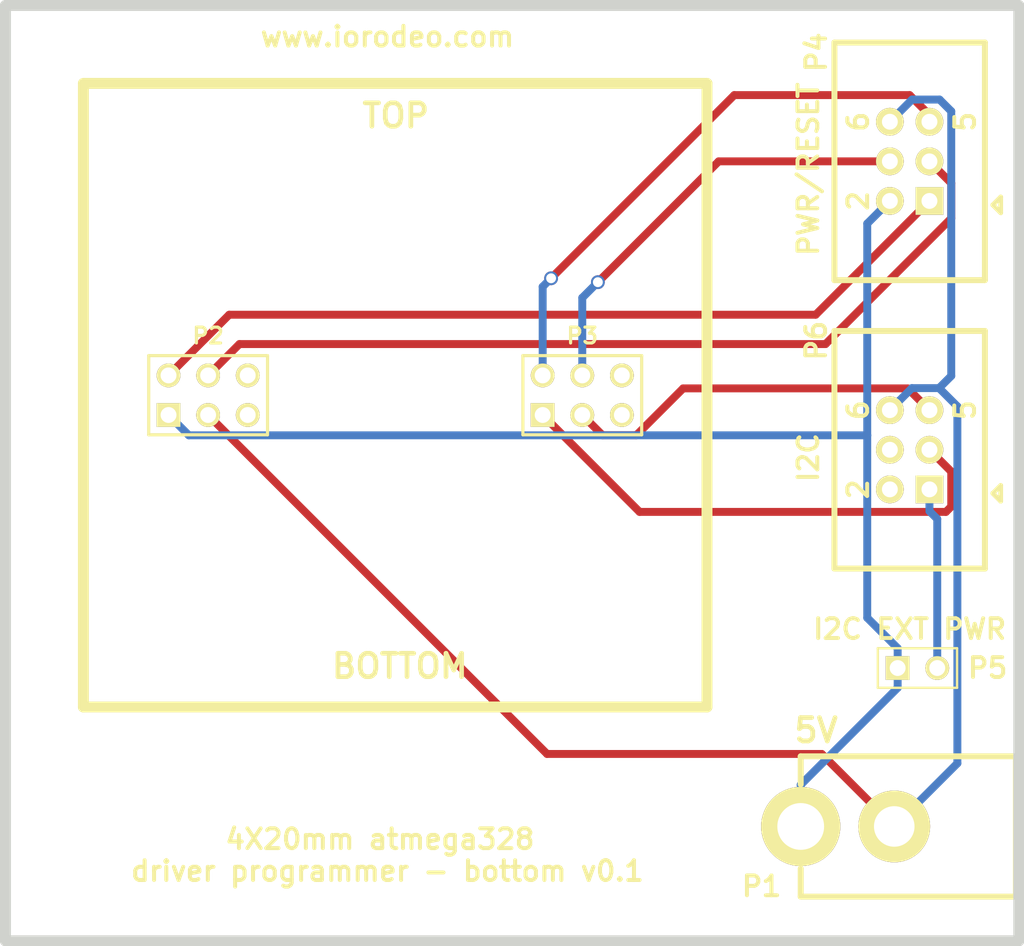
<source format=kicad_pcb>
(kicad_pcb (version 3) (host pcbnew "(2013-mar-13)-testing")

  (general
    (links 13)
    (no_connects 0)
    (area 44.649999 42.620887 110.4676 105.63098)
    (thickness 1.6)
    (drawings 16)
    (tracks 56)
    (zones 0)
    (modules 6)
    (nets 16)
  )

  (page A4)
  (layers
    (15 F.Cu signal)
    (0 B.Cu signal)
    (16 B.Adhes user)
    (17 F.Adhes user)
    (18 B.Paste user)
    (19 F.Paste user)
    (20 B.SilkS user)
    (21 F.SilkS user)
    (22 B.Mask user)
    (23 F.Mask user)
    (24 Dwgs.User user)
    (25 Cmts.User user)
    (26 Eco1.User user)
    (27 Eco2.User user)
    (28 Edge.Cuts user)
  )

  (setup
    (last_trace_width 0.508)
    (trace_clearance 0.254)
    (zone_clearance 0.508)
    (zone_45_only no)
    (trace_min 0.254)
    (segment_width 0.2)
    (edge_width 0.1)
    (via_size 0.889)
    (via_drill 0.635)
    (via_min_size 0.889)
    (via_min_drill 0.508)
    (uvia_size 0.508)
    (uvia_drill 0.127)
    (uvias_allowed no)
    (uvia_min_size 0.508)
    (uvia_min_drill 0.127)
    (pcb_text_width 0.3)
    (pcb_text_size 1.5 1.5)
    (mod_edge_width 0.15)
    (mod_text_size 1 1)
    (mod_text_width 0.15)
    (pad_size 1.5 1.5)
    (pad_drill 0.6)
    (pad_to_mask_clearance 0)
    (aux_axis_origin 0 0)
    (visible_elements FFFFFF7F)
    (pcbplotparams
      (layerselection 284196865)
      (usegerberextensions true)
      (excludeedgelayer true)
      (linewidth 0.150000)
      (plotframeref false)
      (viasonmask false)
      (mode 1)
      (useauxorigin false)
      (hpglpennumber 1)
      (hpglpenspeed 20)
      (hpglpendiameter 15)
      (hpglpenoverlay 2)
      (psnegative false)
      (psa4output false)
      (plotreference true)
      (plotvalue true)
      (plotothertext true)
      (plotinvisibletext false)
      (padsonsilk false)
      (subtractmaskfromsilk false)
      (outputformat 1)
      (mirror false)
      (drillshape 0)
      (scaleselection 1)
      (outputdirectory gerber_v0p1/))
  )

  (net 0 "")
  (net 1 +5V)
  (net 2 /SCL)
  (net 3 /SDA)
  (net 4 /~RST_1)
  (net 5 /~RST_2)
  (net 6 /~RST_3)
  (net 7 /~RST_4)
  (net 8 GND)
  (net 9 N-000001)
  (net 10 N-0000012)
  (net 11 N-0000013)
  (net 12 N-0000014)
  (net 13 N-0000015)
  (net 14 N-000002)
  (net 15 N-000003)

  (net_class Default "This is the default net class."
    (clearance 0.254)
    (trace_width 0.508)
    (via_dia 0.889)
    (via_drill 0.635)
    (uvia_dia 0.508)
    (uvia_drill 0.127)
    (add_net "")
    (add_net +5V)
    (add_net /SCL)
    (add_net /SDA)
    (add_net /~RST_1)
    (add_net /~RST_2)
    (add_net /~RST_3)
    (add_net /~RST_4)
    (add_net GND)
    (add_net N-000001)
    (add_net N-0000012)
    (add_net N-0000013)
    (add_net N-0000014)
    (add_net N-0000015)
    (add_net N-000002)
    (add_net N-000003)
  )

  (module DCJACK_2PIN (layer F.Cu) (tedit 52413961) (tstamp 524136C5)
    (at 96.012 97.663)
    (path /524133ED)
    (fp_text reference P1 (at -2.512 3.837) (layer F.SilkS)
      (effects (font (size 1.27 1.27) (thickness 0.254)))
    )
    (fp_text value CONN_2 (at 7.8994 6.79958) (layer F.SilkS) hide
      (effects (font (thickness 0.3048)))
    )
    (fp_line (start 0 -2.70002) (end 0 -4.50088) (layer F.SilkS) (width 0.381))
    (fp_line (start 0 -4.50088) (end 13.79982 -4.50088) (layer F.SilkS) (width 0.381))
    (fp_line (start 13.79982 -4.50088) (end 13.79982 4.39928) (layer F.SilkS) (width 0.381))
    (fp_line (start 13.79982 4.39928) (end 13.79982 4.50088) (layer F.SilkS) (width 0.381))
    (fp_line (start 13.79982 4.50088) (end 0 4.50088) (layer F.SilkS) (width 0.381))
    (fp_line (start 0 4.50088) (end 0 2.70002) (layer F.SilkS) (width 0.381))
    (pad 1 thru_hole circle (at 0 0) (size 5.08 5.08) (drill 2.99974)
      (layers *.Cu *.Mask F.SilkS)
      (net 1 +5V)
    )
    (pad 2 thru_hole circle (at 5.99948 0) (size 4.59994 4.59994) (drill 2.60096)
      (layers *.Cu *.Mask F.SilkS)
      (net 8 GND)
    )
  )

  (module pin_array_3x2 (layer F.Cu) (tedit 42931587) (tstamp 524136D3)
    (at 58 70)
    (descr "Double rangee de contacts 2 x 4 pins")
    (tags CONN)
    (path /52413210)
    (fp_text reference P2 (at 0 -3.81) (layer F.SilkS)
      (effects (font (size 1.016 1.016) (thickness 0.2032)))
    )
    (fp_text value CONN_3X2 (at 0 3.81) (layer F.SilkS) hide
      (effects (font (size 1.016 1.016) (thickness 0.2032)))
    )
    (fp_line (start 3.81 2.54) (end -3.81 2.54) (layer F.SilkS) (width 0.2032))
    (fp_line (start -3.81 -2.54) (end 3.81 -2.54) (layer F.SilkS) (width 0.2032))
    (fp_line (start 3.81 -2.54) (end 3.81 2.54) (layer F.SilkS) (width 0.2032))
    (fp_line (start -3.81 2.54) (end -3.81 -2.54) (layer F.SilkS) (width 0.2032))
    (pad 1 thru_hole rect (at -2.54 1.27) (size 1.524 1.524) (drill 1.016)
      (layers *.Cu *.Mask F.SilkS)
      (net 1 +5V)
    )
    (pad 2 thru_hole circle (at -2.54 -1.27) (size 1.524 1.524) (drill 1.016)
      (layers *.Cu *.Mask F.SilkS)
      (net 4 /~RST_1)
    )
    (pad 3 thru_hole circle (at 0 1.27) (size 1.524 1.524) (drill 1.016)
      (layers *.Cu *.Mask F.SilkS)
      (net 8 GND)
    )
    (pad 4 thru_hole circle (at 0 -1.27) (size 1.524 1.524) (drill 1.016)
      (layers *.Cu *.Mask F.SilkS)
      (net 5 /~RST_2)
    )
    (pad 5 thru_hole circle (at 2.54 1.27) (size 1.524 1.524) (drill 1.016)
      (layers *.Cu *.Mask F.SilkS)
      (net 10 N-0000012)
    )
    (pad 6 thru_hole circle (at 2.54 -1.27) (size 1.524 1.524) (drill 1.016)
      (layers *.Cu *.Mask F.SilkS)
      (net 13 N-0000015)
    )
    (model pin_array/pins_array_3x2.wrl
      (at (xyz 0 0 0))
      (scale (xyz 1 1 1))
      (rotate (xyz 0 0 0))
    )
  )

  (module pin_array_3x2 (layer F.Cu) (tedit 42931587) (tstamp 524136E1)
    (at 82 70)
    (descr "Double rangee de contacts 2 x 4 pins")
    (tags CONN)
    (path /5241321F)
    (fp_text reference P3 (at 0 -3.81) (layer F.SilkS)
      (effects (font (size 1.016 1.016) (thickness 0.2032)))
    )
    (fp_text value CONN_3X2 (at 0 3.81) (layer F.SilkS) hide
      (effects (font (size 1.016 1.016) (thickness 0.2032)))
    )
    (fp_line (start 3.81 2.54) (end -3.81 2.54) (layer F.SilkS) (width 0.2032))
    (fp_line (start -3.81 -2.54) (end 3.81 -2.54) (layer F.SilkS) (width 0.2032))
    (fp_line (start 3.81 -2.54) (end 3.81 2.54) (layer F.SilkS) (width 0.2032))
    (fp_line (start -3.81 2.54) (end -3.81 -2.54) (layer F.SilkS) (width 0.2032))
    (pad 1 thru_hole rect (at -2.54 1.27) (size 1.524 1.524) (drill 1.016)
      (layers *.Cu *.Mask F.SilkS)
      (net 3 /SDA)
    )
    (pad 2 thru_hole circle (at -2.54 -1.27) (size 1.524 1.524) (drill 1.016)
      (layers *.Cu *.Mask F.SilkS)
      (net 6 /~RST_3)
    )
    (pad 3 thru_hole circle (at 0 1.27) (size 1.524 1.524) (drill 1.016)
      (layers *.Cu *.Mask F.SilkS)
      (net 2 /SCL)
    )
    (pad 4 thru_hole circle (at 0 -1.27) (size 1.524 1.524) (drill 1.016)
      (layers *.Cu *.Mask F.SilkS)
      (net 7 /~RST_4)
    )
    (pad 5 thru_hole circle (at 2.54 1.27) (size 1.524 1.524) (drill 1.016)
      (layers *.Cu *.Mask F.SilkS)
      (net 12 N-0000014)
    )
    (pad 6 thru_hole circle (at 2.54 -1.27) (size 1.524 1.524) (drill 1.016)
      (layers *.Cu *.Mask F.SilkS)
      (net 11 N-0000013)
    )
    (model pin_array/pins_array_3x2.wrl
      (at (xyz 0 0 0))
      (scale (xyz 1 1 1))
      (rotate (xyz 0 0 0))
    )
  )

  (module 3X2_SHRD_HEADER (layer F.Cu) (tedit 524139C9) (tstamp 524136F5)
    (at 103 55 90)
    (path /52413466)
    (fp_text reference P4 (at 7 -6 90) (layer F.SilkS)
      (effects (font (size 1.27 1.27) (thickness 0.254)))
    )
    (fp_text value CONN_3X2 (at 5.19938 6.2992 90) (layer F.SilkS) hide
      (effects (font (thickness 0.3048)))
    )
    (fp_line (start -2.794 5.334) (end -3.302 5.842) (layer F.SilkS) (width 0.3))
    (fp_line (start -3.302 5.842) (end -2.286 5.842) (layer F.SilkS) (width 0.3))
    (fp_line (start -2.286 5.842) (end -2.794 5.334) (layer F.SilkS) (width 0.3))
    (fp_text user 5 (at 2.54 3.556 90) (layer F.SilkS)
      (effects (font (size 1.27 1.27) (thickness 0.254)))
    )
    (fp_text user 6 (at 2.54 -3.302 90) (layer F.SilkS)
      (effects (font (size 1.27 1.27) (thickness 0.254)))
    )
    (fp_line (start -7.62 4.826) (end 7.62 4.826) (layer F.SilkS) (width 0.381))
    (fp_line (start -7.62 -4.826) (end 7.62 -4.826) (layer F.SilkS) (width 0.381))
    (fp_line (start 7.62 -4.826) (end 7.62 4.826) (layer F.SilkS) (width 0.381))
    (fp_line (start -7.62 4.826) (end -7.62 -4.826) (layer F.SilkS) (width 0.381))
    (fp_text user 2 (at -2.54 -3.302 90) (layer F.SilkS)
      (effects (font (size 1.27 1.27) (thickness 0.254)))
    )
    (pad 1 thru_hole rect (at -2.54 1.27 90) (size 1.778 1.778) (drill 1.016)
      (layers *.Cu *.Mask F.SilkS)
      (net 4 /~RST_1)
    )
    (pad 2 thru_hole circle (at -2.54 -1.27 90) (size 1.778 1.778) (drill 1.016)
      (layers *.Cu *.Mask F.SilkS)
      (net 1 +5V)
    )
    (pad 3 thru_hole circle (at 0 1.27 90) (size 1.778 1.778) (drill 1.016)
      (layers *.Cu *.Mask F.SilkS)
      (net 5 /~RST_2)
    )
    (pad 4 thru_hole circle (at 0 -1.27 90) (size 1.778 1.778) (drill 1.016)
      (layers *.Cu *.Mask F.SilkS)
      (net 7 /~RST_4)
    )
    (pad 5 thru_hole circle (at 2.54 1.27 90) (size 1.778 1.778) (drill 1.016)
      (layers *.Cu *.Mask F.SilkS)
      (net 6 /~RST_3)
    )
    (pad 6 thru_hole circle (at 2.54 -1.27 90) (size 1.778 1.778) (drill 1.016)
      (layers *.Cu *.Mask F.SilkS)
      (net 8 GND)
    )
  )

  (module PIN_ARRAY_2X1 (layer F.Cu) (tedit 5241399F) (tstamp 52413971)
    (at 103.5 87.5)
    (descr "Connecteurs 2 pins")
    (tags "CONN DEV")
    (path /52413817)
    (fp_text reference P5 (at 4.5 0) (layer F.SilkS)
      (effects (font (size 1.27 1.27) (thickness 0.254)))
    )
    (fp_text value CONN_2 (at 0 -1.905) (layer F.SilkS) hide
      (effects (font (size 0.762 0.762) (thickness 0.1524)))
    )
    (fp_line (start -2.54 1.27) (end -2.54 -1.27) (layer F.SilkS) (width 0.1524))
    (fp_line (start -2.54 -1.27) (end 2.54 -1.27) (layer F.SilkS) (width 0.1524))
    (fp_line (start 2.54 -1.27) (end 2.54 1.27) (layer F.SilkS) (width 0.1524))
    (fp_line (start 2.54 1.27) (end -2.54 1.27) (layer F.SilkS) (width 0.1524))
    (pad 1 thru_hole rect (at -1.27 0) (size 1.524 1.524) (drill 1.016)
      (layers *.Cu *.Mask F.SilkS)
      (net 1 +5V)
    )
    (pad 2 thru_hole circle (at 1.27 0) (size 1.524 1.524) (drill 1.016)
      (layers *.Cu *.Mask F.SilkS)
      (net 15 N-000003)
    )
    (model pin_array/pins_array_2x1.wrl
      (at (xyz 0 0 0))
      (scale (xyz 1 1 1))
      (rotate (xyz 0 0 0))
    )
  )

  (module 3X2_SHRD_HEADER (layer F.Cu) (tedit 524139CF) (tstamp 52413985)
    (at 103 73.5 90)
    (path /52413855)
    (fp_text reference P6 (at 7 -6 90) (layer F.SilkS)
      (effects (font (size 1.27 1.27) (thickness 0.254)))
    )
    (fp_text value CONN_3X2 (at 5.19938 6.2992 90) (layer F.SilkS) hide
      (effects (font (thickness 0.3048)))
    )
    (fp_line (start -2.794 5.334) (end -3.302 5.842) (layer F.SilkS) (width 0.3))
    (fp_line (start -3.302 5.842) (end -2.286 5.842) (layer F.SilkS) (width 0.3))
    (fp_line (start -2.286 5.842) (end -2.794 5.334) (layer F.SilkS) (width 0.3))
    (fp_text user 5 (at 2.54 3.556 90) (layer F.SilkS)
      (effects (font (size 1.27 1.27) (thickness 0.254)))
    )
    (fp_text user 6 (at 2.54 -3.302 90) (layer F.SilkS)
      (effects (font (size 1.27 1.27) (thickness 0.254)))
    )
    (fp_line (start -7.62 4.826) (end 7.62 4.826) (layer F.SilkS) (width 0.381))
    (fp_line (start -7.62 -4.826) (end 7.62 -4.826) (layer F.SilkS) (width 0.381))
    (fp_line (start 7.62 -4.826) (end 7.62 4.826) (layer F.SilkS) (width 0.381))
    (fp_line (start -7.62 4.826) (end -7.62 -4.826) (layer F.SilkS) (width 0.381))
    (fp_text user 2 (at -2.54 -3.302 90) (layer F.SilkS)
      (effects (font (size 1.27 1.27) (thickness 0.254)))
    )
    (pad 1 thru_hole rect (at -2.54 1.27 90) (size 1.778 1.778) (drill 1.016)
      (layers *.Cu *.Mask F.SilkS)
      (net 15 N-000003)
    )
    (pad 2 thru_hole circle (at -2.54 -1.27 90) (size 1.778 1.778) (drill 1.016)
      (layers *.Cu *.Mask F.SilkS)
      (net 14 N-000002)
    )
    (pad 3 thru_hole circle (at 0 1.27 90) (size 1.778 1.778) (drill 1.016)
      (layers *.Cu *.Mask F.SilkS)
      (net 3 /SDA)
    )
    (pad 4 thru_hole circle (at 0 -1.27 90) (size 1.778 1.778) (drill 1.016)
      (layers *.Cu *.Mask F.SilkS)
      (net 9 N-000001)
    )
    (pad 5 thru_hole circle (at 2.54 1.27 90) (size 1.778 1.778) (drill 1.016)
      (layers *.Cu *.Mask F.SilkS)
      (net 2 /SCL)
    )
    (pad 6 thru_hole circle (at 2.54 -1.27 90) (size 1.778 1.778) (drill 1.016)
      (layers *.Cu *.Mask F.SilkS)
      (net 8 GND)
    )
  )

  (gr_text www.iorodeo.com (at 69.5 47) (layer F.SilkS)
    (effects (font (size 1.27 1.27) (thickness 0.254)))
  )
  (gr_text "4X20mm atmega328 \ndriver programmer - bottom v0.1" (at 69.5 99.5) (layer F.SilkS)
    (effects (font (size 1.27 1.27) (thickness 0.254)))
  )
  (gr_text PWR/RESET (at 96.5 55.5 90) (layer F.SilkS)
    (effects (font (size 1.27 1.27) (thickness 0.254)))
  )
  (gr_text I2C (at 96.5 74 90) (layer F.SilkS)
    (effects (font (size 1.27 1.27) (thickness 0.254)))
  )
  (gr_text "I2C EXT PWR" (at 103 85) (layer F.SilkS)
    (effects (font (size 1.27 1.27) (thickness 0.254)))
  )
  (gr_text 5V (at 97 91.5) (layer F.SilkS)
    (effects (font (size 1.5 1.5) (thickness 0.3)))
  )
  (gr_text BOTTOM (at 70.2945 87.376) (layer F.SilkS)
    (effects (font (size 1.5 1.5) (thickness 0.3)))
  )
  (gr_text TOP (at 70.0405 52.07) (layer F.SilkS)
    (effects (font (size 1.5 1.5) (thickness 0.3)))
  )
  (gr_line (start 90 50) (end 90 90) (angle 90) (layer F.SilkS) (width 0.7))
  (gr_line (start 50 90) (end 90 90) (angle 90) (layer F.SilkS) (width 0.7))
  (gr_line (start 50 50) (end 50 90) (angle 90) (layer F.SilkS) (width 0.7))
  (gr_line (start 50 50) (end 90 50) (angle 90) (layer F.SilkS) (width 0.7))
  (gr_line (start 110 105) (end 110 45) (angle 90) (layer Edge.Cuts) (width 0.7))
  (gr_line (start 45 105) (end 110 105) (angle 90) (layer Edge.Cuts) (width 0.7))
  (gr_line (start 45 45) (end 45 105) (angle 90) (layer Edge.Cuts) (width 0.7))
  (gr_line (start 45 45) (end 110 45) (angle 90) (layer Edge.Cuts) (width 0.7))

  (segment (start 96.012 94.9883) (end 96.012 97.663) (width 0.508) (layer B.Cu) (net 1))
  (segment (start 102.23 88.7703) (end 96.012 94.9883) (width 0.508) (layer B.Cu) (net 1))
  (segment (start 102.23 87.5) (end 102.23 88.7703) (width 0.508) (layer B.Cu) (net 1))
  (segment (start 102.23 87.5) (end 102.23 86.2297) (width 0.508) (layer B.Cu) (net 1))
  (segment (start 56.7629 72.5729) (end 55.46 71.27) (width 0.508) (layer B.Cu) (net 1))
  (segment (start 100.2791 72.5729) (end 56.7629 72.5729) (width 0.508) (layer B.Cu) (net 1))
  (segment (start 100.2791 58.9909) (end 100.2791 72.5729) (width 0.508) (layer B.Cu) (net 1))
  (segment (start 101.73 57.54) (end 100.2791 58.9909) (width 0.508) (layer B.Cu) (net 1))
  (segment (start 100.2791 84.2788) (end 102.23 86.2297) (width 0.508) (layer B.Cu) (net 1))
  (segment (start 100.2791 72.5729) (end 100.2791 84.2788) (width 0.508) (layer B.Cu) (net 1))
  (segment (start 83.2958 72.5658) (end 82 71.27) (width 0.508) (layer F.Cu) (net 2))
  (segment (start 85.4678 72.5658) (end 83.2958 72.5658) (width 0.508) (layer F.Cu) (net 2))
  (segment (start 88.4709 69.5627) (end 85.4678 72.5658) (width 0.508) (layer F.Cu) (net 2))
  (segment (start 102.8727 69.5627) (end 88.4709 69.5627) (width 0.508) (layer F.Cu) (net 2))
  (segment (start 104.27 70.96) (end 102.8727 69.5627) (width 0.508) (layer F.Cu) (net 2))
  (segment (start 85.6761 77.4861) (end 79.46 71.27) (width 0.508) (layer F.Cu) (net 3))
  (segment (start 105.3259 77.4861) (end 85.6761 77.4861) (width 0.508) (layer F.Cu) (net 3))
  (segment (start 105.6674 77.1446) (end 105.3259 77.4861) (width 0.508) (layer F.Cu) (net 3))
  (segment (start 105.6674 74.8974) (end 105.6674 77.1446) (width 0.508) (layer F.Cu) (net 3))
  (segment (start 104.27 73.5) (end 105.6674 74.8974) (width 0.508) (layer F.Cu) (net 3))
  (segment (start 59.351 64.839) (end 55.46 68.73) (width 0.508) (layer F.Cu) (net 4))
  (segment (start 96.971 64.839) (end 59.351 64.839) (width 0.508) (layer F.Cu) (net 4))
  (segment (start 104.27 57.54) (end 96.971 64.839) (width 0.508) (layer F.Cu) (net 4))
  (segment (start 60.0101 66.7199) (end 58 68.73) (width 0.508) (layer F.Cu) (net 5))
  (segment (start 97.6029 66.7199) (end 60.0101 66.7199) (width 0.508) (layer F.Cu) (net 5))
  (segment (start 105.6674 58.6554) (end 97.6029 66.7199) (width 0.508) (layer F.Cu) (net 5))
  (segment (start 105.6674 56.3974) (end 105.6674 58.6554) (width 0.508) (layer F.Cu) (net 5))
  (segment (start 104.27 55) (end 105.6674 56.3974) (width 0.508) (layer F.Cu) (net 5))
  (segment (start 104.27 52.46) (end 104.27 52.02) (width 0.508) (layer F.Cu) (net 6))
  (segment (start 79.46 63.04) (end 79.46 68.73) (width 0.508) (layer B.Cu) (net 6) (tstamp 5282D832))
  (segment (start 80 62.5) (end 79.46 63.04) (width 0.508) (layer B.Cu) (net 6) (tstamp 5282D831))
  (via (at 80 62.5) (size 0.889) (layers F.Cu B.Cu) (net 6))
  (segment (start 91.75 50.75) (end 80 62.5) (width 0.508) (layer F.Cu) (net 6) (tstamp 5282D82E))
  (segment (start 103 50.75) (end 91.75 50.75) (width 0.508) (layer F.Cu) (net 6) (tstamp 5282D82D))
  (segment (start 104.27 52.02) (end 103 50.75) (width 0.508) (layer F.Cu) (net 6) (tstamp 5282D82C))
  (segment (start 82 68.73) (end 82 63.75) (width 0.508) (layer B.Cu) (net 7))
  (segment (start 90.75 55) (end 101.73 55) (width 0.508) (layer F.Cu) (net 7) (tstamp 5282D838))
  (segment (start 83 62.75) (end 90.75 55) (width 0.508) (layer F.Cu) (net 7) (tstamp 5282D837))
  (via (at 83 62.75) (size 0.889) (layers F.Cu B.Cu) (net 7))
  (segment (start 82 63.75) (end 83 62.75) (width 0.508) (layer B.Cu) (net 7) (tstamp 5282D835))
  (segment (start 97.3605 93.012) (end 102.0115 97.663) (width 0.508) (layer F.Cu) (net 8))
  (segment (start 79.742 93.012) (end 97.3605 93.012) (width 0.508) (layer F.Cu) (net 8))
  (segment (start 58 71.27) (end 79.742 93.012) (width 0.508) (layer F.Cu) (net 8))
  (segment (start 105.6674 68.7653) (end 104.8875 69.5452) (width 0.508) (layer B.Cu) (net 8))
  (segment (start 105.6674 51.7848) (end 105.6674 68.7653) (width 0.508) (layer B.Cu) (net 8))
  (segment (start 104.9198 51.0372) (end 105.6674 51.7848) (width 0.508) (layer B.Cu) (net 8))
  (segment (start 103.1528 51.0372) (end 104.9198 51.0372) (width 0.508) (layer B.Cu) (net 8))
  (segment (start 101.73 52.46) (end 103.1528 51.0372) (width 0.508) (layer B.Cu) (net 8))
  (segment (start 103.1448 69.5452) (end 104.8875 69.5452) (width 0.508) (layer B.Cu) (net 8))
  (segment (start 101.73 70.96) (end 103.1448 69.5452) (width 0.508) (layer B.Cu) (net 8))
  (segment (start 106.0608 93.6137) (end 102.0115 97.663) (width 0.508) (layer B.Cu) (net 8))
  (segment (start 106.0608 70.7185) (end 106.0608 93.6137) (width 0.508) (layer B.Cu) (net 8))
  (segment (start 104.8875 69.5452) (end 106.0608 70.7185) (width 0.508) (layer B.Cu) (net 8))
  (segment (start 104.77 77.9373) (end 104.27 77.4373) (width 0.508) (layer B.Cu) (net 15))
  (segment (start 104.77 87.5) (end 104.77 77.9373) (width 0.508) (layer B.Cu) (net 15))
  (segment (start 104.27 76.04) (end 104.27 77.4373) (width 0.508) (layer B.Cu) (net 15))

)

</source>
